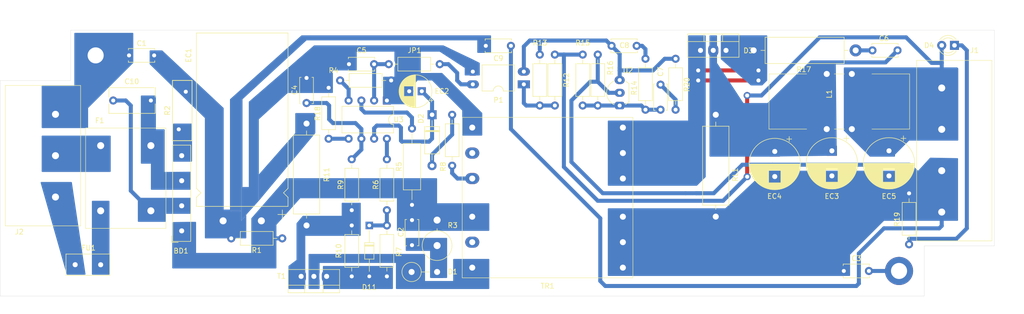
<source format=kicad_pcb>
(kicad_pcb (version 20240108) (generator "pcbnew") (generator_version "8.0")
  (layers (0 "F.Cu" signal) (31 "B.Cu" signal) (34 "B.Paste" user) (35 "F.Paste" user) (36 "B.SilkS" user "B.Silkscreen") (37 "F.SilkS" user "F.Silkscreen") (38 "B.Mask" user) (39 "F.Mask" user) (44 "Edge.Cuts" user))
  (net 0 "")
  (net 1 "Net-(D3-A1)")
  (net 2 "/+310V")
  (net 3 "Net-(P1A-C)")
  (net 4 "Net-(P1A-A)")
  (net 5 "Net-(P1B-C)")
  (net 6 "GND1")
  (net 7 "Net-(D1-C)")
  (net 8 "/+24V")
  (net 9 "Net-(T1-S)")
  (net 10 "Net-(C6-Pad2)")
  (net 11 "GND")
  (net 12 "Net-(U2-REF)")
  (net 13 "Net-(D2-C)")
  (net 14 "Net-(U3-SEN)")
  (net 15 "Net-(U3-OUT)")
  (net 16 "Net-(U3-VIN)")
  (net 17 "Net-(U3-RI)")
  (net 18 "Net-(U3-RT)")
  (net 19 "Net-(U3-FB)")
  (net 20 "Net-(D1-A)")
  (net 21 "Net-(D11-A)")
  (net 22 "SV")
  (net 23 "Net-(D11-C)")
  (net 24 "Net-(D2-A)")
  (net 25 "Net-(C1-Pad2)")
  (net 26 "Net-(C3-Pad2)")
  (net 27 "Net-(C8-Pad1)")
  (net 28 "Net-(BD1-Pad2)")
  (net 29 "Net-(F1-Pad4)")
  (net 30 "Net-(FU1-Pad1)")
  (net 31 "Net-(F1-Pad3)")
  (net 32 "Net-(D4-C)")
  (net 33 "Net-(TR1-Pad5)")
  (net 34 "Net-(BD1-Pad3)")
  (net 35 "Net-(BD1--)")
  (net 36 "Net-(C7-Pad2)")
  (net 37 "Net-(D3-K)")
  (footprint "Capacitor_THT:CP_Radial_D10.0mm_P5.00mm" (layer "F.Cu") (at 190.25 94.164646 -90)
    (property "Reference" "EC4" (at 8.935354 0.05 180) (layer "F.SilkS"))
    (property "Value" "1000x35")
    (pad "1" thru_hole rect (at 0 0 270) (size 2 2) (drill 1) (layers "*.Cu" "*.Mask") (net 37 "Net-(D3-K)"))
    (pad "2" thru_hole circle (at 5 0 270) (size 2 2) (drill 1) (layers "*.Cu" "*.Mask") (net 11 "GND"))
  )
  (footprint "_aConnectors:HB-8.25-3p" (layer "F.Cu") (at 47 95 -90)
    (property "Reference" "J2" (at 15.2 7.2 180) (layer "F.SilkS"))
    (property "Value" "Conn_3pin01")
    (pad "1" thru_hole circle (at -8.25 0 270) (size 3 3) (drill 1.4) (layers "*.Cu" "*.Mask") (net 25 "Net-(C1-Pad2)"))
    (pad "2" thru_hole circle (at 0 0 270) (size 3 3) (drill 1.4) (layers "*.Cu" "*.Mask") (net 29 "Net-(F1-Pad4)"))
    (pad "3" thru_hole circle (at 8.25 0 270) (size 3 3) (drill 1.4) (layers "*.Cu" "*.Mask") (net 30 "Net-(FU1-Pad1)"))
  )
  (footprint "Resistor_THT:R_Axial_DIN0207_L6.3mm_D2.5mm_P10.16mm_Horizontal" (layer "F.Cu") (at 106 108.92 -90)
    (property "Reference" "R10" (at 5.08 2.6 90) (layer "F.SilkS"))
    (property "Value" "10k")
    (pad "1" thru_hole circle (at 0 0 270) (size 1.6 1.6) (drill 0.8) (layers "*.Cu" "*.Mask") (net 9 "Net-(T1-S)"))
    (pad "2" thru_hole oval (at 10.16 0 270) (size 1.6 1.6) (drill 0.8) (layers "*.Cu" "*.Mask") (net 21 "Net-(D11-A)"))
  )
  (footprint "Diode_THT:D_A-405_P10.16mm_Horizontal" (layer "F.Cu") (at 122 86.84 -90)
    (property "Reference" "D2" (at 0.76 2.2 90) (layer "F.SilkS"))
    (property "Value" "DIODE")
    (pad "1" thru_hole rect (at 0 0 270) (size 1.8 1.8) (drill 0.9) (layers "*.Cu" "*.Mask") (net 13 "Net-(D2-C)"))
    (pad "2" thru_hole oval (at 10.16 0 270) (size 1.8 1.8) (drill 0.9) (layers "*.Cu" "*.Mask") (net 24 "Net-(D2-A)"))
  )
  (footprint "Resistor_THT:R_Axial_DIN0207_L6.3mm_D2.5mm_P10.16mm_Horizontal" (layer "F.Cu") (at 126 97 90)
    (property "Reference" "R8" (at -0.2 -1.8 90) (layer "F.SilkS"))
    (property "Value" "10")
    (pad "1" thru_hole circle (at 0 0 90) (size 1.6 1.6) (drill 0.8) (layers "*.Cu" "*.Mask") (net 22 "SV"))
    (pad "2" thru_hole oval (at 10.16 0 90) (size 1.6 1.6) (drill 0.8) (layers "*.Cu" "*.Mask") (net 24 "Net-(D2-A)"))
  )
  (footprint "Resistor_THT:R_Axial_DIN0516_L15.5mm_D5.0mm_P20.32mm_Horizontal" (layer "F.Cu") (at 97 88.6 -90)
    (property "Reference" "R11" (at 10.2 -4 90) (layer "F.SilkS"))
    (property "Value" "0,15")
    (pad "1" thru_hole circle (at 0 0 270) (size 2.4 2.4) (drill 1.2) (layers "*.Cu" "*.Mask") (net 6 "GND1"))
    (pad "2" thru_hole oval (at 20.32 0 270) (size 2.4 2.4) (drill 1.2) (layers "*.Cu" "*.Mask") (net 9 "Net-(T1-S)"))
  )
  (footprint "Capacitor_THT:C_Disc_D5.0mm_W2.5mm_P5.00mm" (layer "F.Cu") (at 66.65 75 180)
    (property "Reference" "C1" (at 2.5 2.4 0) (layer "F.SilkS"))
    (property "Value" "1n")
    (pad "1" thru_hole circle (at 0 0 180) (size 1.6 1.6) (drill 0.8) (layers "*.Cu" "*.Mask") (net 6 "GND1"))
    (pad "2" thru_hole circle (at 5 0 180) (size 1.6 1.6) (drill 0.8) (layers "*.Cu" "*.Mask") (net 25 "Net-(C1-Pad2)"))
  )
  (footprint "Capacitor_THT:C_Disc_D5.0mm_W2.5mm_P5.00mm" (layer "F.Cu") (at 105.45 76.75)
    (property "Reference" "C5" (at 2.5 -2.75 0) (layer "F.SilkS"))
    (property "Value" "4700")
    (pad "1" thru_hole circle (at 0 0) (size 1.6 1.6) (drill 0.8) (layers "*.Cu" "*.Mask") (net 6 "GND1"))
    (pad "2" thru_hole circle (at 5 0) (size 1.6 1.6) (drill 0.8) (layers "*.Cu" "*.Mask") (net 19 "Net-(U3-FB)"))
  )
  (footprint "Resistor_THT:R_Axial_DIN0207_L6.3mm_D2.5mm_P10.16mm_Horizontal" (layer "F.Cu") (at 170.5 85.83 90)
    (property "Reference" "R20" (at 5 2.25 -90) (layer "F.SilkS"))
    (property "Value" "NA")
    (pad "1" thru_hole circle (at 0 0 90) (size 1.6 1.6) (drill 0.8) (layers "*.Cu" "*.Mask") (net 36 "Net-(C7-Pad2)"))
    (pad "2" thru_hole oval (at 10.16 0 90) (size 1.6 1.6) (drill 0.8) (layers "*.Cu" "*.Mask") (net 3 "Net-(P1A-C)"))
  )
  (footprint "Resistor_THT:R_Axial_DIN0207_L6.3mm_D2.5mm_P10.16mm_Horizontal" (layer "F.Cu") (at 113 105.88 90)
    (property "Reference" "R6" (at 5.08 -2.2 90) (layer "F.SilkS"))
    (property "Value" "47")
    (pad "1" thru_hole circle (at 0 0 90) (size 1.6 1.6) (drill 0.8) (layers "*.Cu" "*.Mask") (net 23 "Net-(D11-C)"))
    (pad "2" thru_hole oval (at 10.16 0 90) (size 1.6 1.6) (drill 0.8) (layers "*.Cu" "*.Mask") (net 15 "Net-(U3-OUT)"))
  )
  (footprint "_aTransformers:Transformer_PQ3220" (layer "F.Cu") (at 145 103.37 -90)
    (property "Reference" "TR1" (at 17.63 0 0) (layer "F.SilkS"))
    (property "Value" "PQ3220")
    (pad "1" thru_hole oval (at -13.97 15 270) (size 2.2 2.8) (drill 1.2) (layers "*.Cu" "*.Mask") (net 6 "GND1"))
    (pad "2" thru_hole oval (at -8.89 15 270) (size 2.2 2.8) (drill 1.2) (layers "*.Cu" "*.Mask"))
    (pad "3" thru_hole oval (at -3.81 15 270) (size 2.2 2.8) (drill 1.2) (layers "*.Cu" "*.Mask") (net 22 "SV"))
    (pad "4" thru_hole oval (at 3.81 15 270) (size 2.2 2.8) (drill 1.2) (layers "*.Cu" "*.Mask") (net 2 "/+310V"))
    (pad "5" thru_hole oval (at 8.89 15 270) (size 2.2 2.8) (drill 1.2) (layers "*.Cu" "*.Mask") (net 33 "Net-(TR1-Pad5)"))
    (pad "6" thru_hole oval (at 13.97 15 270) (size 2.2 2.8) (drill 1.2) (layers "*.Cu" "*.Mask") (net 20 "Net-(D1-A)"))
    (pad "7" thru_hole oval (at 13.97 -15 270) (size 2.2 2.8) (drill 1.2) (layers "*.Cu" "*.Mask") (net 11 "GND"))
    (pad "8" thru_hole oval (at 8.89 -15 270) (size 2.2 2.8) (drill 1.2) (layers "*.Cu" "*.Mask") (net 11 "GND"))
    (pad "9" thru_hole oval (at 3.81 -15 270) (size 2.2 2.8) (drill 1.2) (layers "*.Cu" "*.Mask") (net 11 "GND"))
    (pad "10" thru_hole oval (at -3.81 -15 270) (size 2.2 2.8) (drill 1.2) (layers "*.Cu" "*.Mask") (net 1 "Net-(D3-A1)"))
    (pad "11" thru_hole oval (at -8.89 -15 270) (size 2.2 2.8) (drill 1.2) (layers "*.Cu" "*.Mask") (net 1 "Net-(D3-A1)"))
    (pad "12" thru_hole oval (at -13.97 -15 270) (size 2.2 2.8) (drill 1.2) (layers "*.Cu" "*.Mask") (net 1 "Net-(D3-A1)"))
  )
  (footprint "MountingHole:MountingHole_3.2mm_M3_DIN965_Pad" (layer "F.Cu") (at 55 75)
    (property "Reference" "H2" (hide yes))
    (property "Value" "MountingHole_Pad" (hide yes))
    (pad "1" thru_hole circle (at 0 0) (size 5.6 5.6) (drill 3.2) (layers "*.Cu" "*.Mask") (net 25 "Net-(C1-Pad2)"))
  )
  (footprint "Resistor_THT:R_Axial_DIN0516_L15.5mm_D5.0mm_P20.32mm_Horizontal" (layer "F.Cu") (at 178.5 107.16 90)
    (property "Reference" "RL1" (at 8.36 3.9 90) (layer "F.SilkS"))
    (property "Value" "2k")
    (pad "1" thru_hole circle (at 0 0 90) (size 2.4 2.4) (drill 1.2) (layers "*.Cu" "*.Mask") (net 11 "GND"))
    (pad "2" thru_hole oval (at 20.32 0 90) (size 2.4 2.4) (drill 1.2) (layers "*.Cu" "*.Mask") (net 37 "Net-(D3-K)"))
  )
  (footprint "mmods:TO-220-3-01" (layer "F.Cu") (at 101 119.08 180)
    (property "Reference" "T1" (at 9 0.0505 0) (layer "F.SilkS"))
    (property "Value" "TF8N60" (hide yes))
    (pad "1" thru_hole oval (at 0 0 180) (size 1.9 2.6) (drill 1) (layers "*.Cu" "*.Mask") (net 21 "Net-(D11-A)"))
    (pad "2" thru_hole oval (at 2.54 0 180) (size 1.9 2.6) (drill 1) (layers "*.Cu" "*.Mask") (net 20 "Net-(D1-A)"))
    (pad "3" thru_hole oval (at 5.08 0 180) (size 1.9 2.6) (drill 1) (layers "*.Cu" "*.Mask") (net 9 "Net-(T1-S)"))
  )
  (footprint "Resistor_THT:R_Axial_DIN0309_L9.0mm_D3.2mm_P15.24mm_Horizontal" (layer "F.Cu") (at 118 89.58 -90)
    (property "Reference" "R5" (at 7.62 2.6 90) (layer "F.SilkS"))
    (property "Value" "1M5")
    (pad "1" thru_hole circle (at 0 0 270) (size 1.6 1.6) (drill 0.8) (layers "*.Cu" "*.Mask") (net 16 "Net-(U3-VIN)"))
    (pad "2" thru_hole oval (at 15.24 0 270) (size 1.6 1.6) (drill 0.8) (layers "*.Cu" "*.Mask") (net 2 "/+310V"))
  )
  (footprint "Resistor_THT:R_Axial_DIN0207_L6.3mm_D2.5mm_P10.16mm_Horizontal" (layer "F.Cu") (at 113.85 80 180)
    (property "Reference" "R4" (at 11.45 2 0) (layer "F.SilkS"))
    (property "Value" "24k")
    (pad "1" thru_hole circle (at 0 0 180) (size 1.6 1.6) (drill 0.8) (layers "*.Cu" "*.Mask") (net 6 "GND1"))
    (pad "2" thru_hole oval (at 10.16 0 180) (size 1.6 1.6) (drill 0.8) (layers "*.Cu" "*.Mask") (net 17 "Net-(U3-RI)"))
  )
  (footprint "ma_misc:CP_L38.0mm_D18.0mm_P44.00mm_Horizontal" (layer "F.Cu") (at 84.19 108 90)
    (property "Reference" "EC1" (at 33 -10.69 90) (layer "F.SilkS"))
    (property "Value" "68x450")
    (pad "1" thru_hole circle (at 0 3.81 90) (size 3 3) (drill 1.4) (layers "*.Cu" "*.Mask") (net 2 "/+310V"))
    (pad "2" thru_hole oval (at 0 -3.81 90) (size 3 3) (drill 1.4) (layers "*.Cu" "*.Mask") (net 6 "GND1"))
  )
  (footprint "Resistor_THT:R_Axial_DIN0207_L6.3mm_D2.5mm_P10.16mm_Horizontal" (layer "F.Cu") (at 155 74.84 -90)
    (property "Reference" "R16" (at 2.66 -2.5 -90) (layer "F.SilkS"))
    (property "Value" "3k3")
    (pad "1" thru_hole circle (at 0 0 270) (size 1.6 1.6) (drill 0.8) (layers "*.Cu" "*.Mask") (net 11 "GND"))
    (pad "2" thru_hole oval (at 10.16 0 270) (size 1.6 1.6) (drill 0.8) (layers "*.Cu" "*.Mask") (net 12 "Net-(U2-REF)"))
  )
  (footprint "Capacitor_THT:C_Disc_D5.0mm_W2.5mm_P5.00mm" (layer "F.Cu") (at 204 118)
    (property "Reference" "C3" (at 2.5 -2.5 0) (layer "F.SilkS"))
    (property "Value" "1n")
    (pad "1" thru_hole circle (at 0 0) (size 1.6 1.6) (drill 0.8) (layers "*.Cu" "*.Mask") (net 11 "GND"))
    (pad "2" thru_hole circle (at 5 0) (size 1.6 1.6) (drill 0.8) (layers "*.Cu" "*.Mask") (net 26 "Net-(C3-Pad2)"))
  )
  (footprint "Diode_THT:D_DO-34_SOD68_P10.16mm_Horizontal" (layer "F.Cu") (at 109.5 108.92 -90)
    (property "Reference" "D11" (at 12.33 0 0) (layer "F.SilkS"))
    (property "Value" "DIODE")
    (pad "1" thru_hole rect (at 0 0 270) (size 1.5 1.5) (drill 0.75) (layers "*.Cu" "*.Mask") (net 23 "Net-(D11-C)"))
    (pad "2" thru_hole oval (at 10.16 0 270) (size 1.5 1.5) (drill 0.75) (layers "*.Cu" "*.Mask") (net 21 "Net-(D11-A)"))
  )
  (footprint "Resistor_THT:R_Axial_DIN0207_L6.3mm_D2.5mm_P10.16mm_Horizontal" (layer "F.Cu") (at 217 102.52 -90)
    (property "Reference" "R19" (at 5.18 2.4 90) (layer "F.SilkS"))
    (property "Value" "3k9")
    (pad "1" thru_hole circle (at 0 0 270) (size 1.6 1.6) (drill 0.8) (layers "*.Cu" "*.Mask") (net 11 "GND"))
    (pad "2" thru_hole oval (at 10.16 0 270) (size 1.6 1.6) (drill 0.8) (layers "*.Cu" "*.Mask") (net 32 "Net-(D4-C)"))
  )
  (footprint "Resistor_THT:R_Axial_DIN0516_L15.5mm_D5.0mm_P20.32mm_Horizontal" (layer "F.Cu") (at 186.04 74)
    (property "Reference" "R17" (at 10 3.8 0) (layer "F.SilkS"))
    (property "Value" "10")
    (pad "1" thru_hole circle (at 0 0) (size 2.4 2.4) (drill 1.2) (layers "*.Cu" "*.Mask") (net 1 "Net-(D3-A1)"))
    (pad "2" thru_hole oval (at 20.32 0) (size 2.4 2.4) (drill 1.2) (layers "*.Cu" "*.Mask") (net 10 "Net-(C6-Pad2)"))
  )
  (footprint "Capacitor_THT:C_Disc_D5.0mm_W2.5mm_P5.00mm" (layer "F.Cu") (at 97 79.5 -90)
    (property "Reference" "C4" (at 2.4 2.4 90) (layer "F.SilkS"))
    (property "Value" "470")
    (pad "1" thru_hole circle (at 0 0 270) (size 1.6 1.6) (drill 0.8) (layers "*.Cu" "*.Mask") (net 6 "GND1"))
    (pad "2" thru_hole circle (at 5 0 270) (size 1.6 1.6) (drill 0.8) (layers "*.Cu" "*.Mask") (net 14 "Net-(U3-SEN)"))
  )
  (footprint "Resistor_THT:R_Axial_DIN0207_L6.3mm_D2.5mm_P10.16mm_Horizontal" (layer "F.Cu") (at 113.37 76.75)
    (property "Reference" "JP1" (at 5.13 -2.75 0) (layer "F.SilkS"))
    (property "Value" "47")
    (pad "1" thru_hole circle (at 0 0) (size 1.6 1.6) (drill 0.8) (layers "*.Cu" "*.Mask") (net 19 "Net-(U3-FB)"))
    (pad "2" thru_hole oval (at 10.16 0) (size 1.6 1.6) (drill 0.8) (layers "*.Cu" "*.Mask") (net 5 "Net-(P1B-C)"))
  )
  (footprint "Resistor_THT:R_Axial_DIN0207_L6.3mm_D2.5mm_P10.16mm_Horizontal" (layer "F.Cu") (at 92.16 111.5 180)
    (property "Reference" "R1" (at 5.08 -2.37 0) (layer "F.SilkS"))
    (property "Value" "510k")
    (pad "1" thru_hole circle (at 0 0 180) (size 1.6 1.6) (drill 0.8) (layers "*.Cu" "*.Mask") (net 2 "/+310V"))
    (pad "2" thru_hole oval (at 10.16 0 180) (size 1.6 1.6) (drill 0.8) (layers "*.Cu" "*.Mask") (net 6 "GND1"))
  )
  (footprint "Resistor_THT:R_Axial_DIN0207_L6.3mm_D2.5mm_P10.16mm_Horizontal" (layer "F.Cu") (at 101.4 81.46 -90)
    (property "Reference" "R18" (at 5.14 2.2 90) (layer "F.SilkS"))
    (property "Value" "27k")
    (pad "1" thru_hole circle (at 0 0 270) (size 1.6 1.6) (drill 0.8) (layers "*.Cu" "*.Mask") (net 6 "GND1"))
    (pad "2" thru_hole oval (at 10.16 0 270) (size 1.6 1.6) (drill 0.8) (layers "*.Cu" "*.Mask") (net 18 "Net-(U3-RT)"))
  )
  (footprint "_aTransformers:Filter-EMI-20x16_00" (layer "F.Cu") (at 66 93 -90)
    (property "Reference" "F1" (at -5 10.2 180) (layer "F.SilkS"))
    (property "Value" "F")
    (pad "1" thru_hole circle (at 0 0 270) (size 3 3) (drill 1.4) (layers "*.Cu" "*.Mask") (net 34 "Net-(BD1-Pad3)"))
    (pad "2" thru_hole circle (at 13 0 270) (size 3 3) (drill 1.4) (layers "*.Cu" "*.Mask") (net 28 "Net-(BD1-Pad2)"))
    (pad "3" thru_hole circle (at 13 10 270) (size 3 3) (drill 1.4) (layers "*.Cu" "*.Mask") (net 31 "Net-(F1-Pad3)"))
    (pad "4" thru_hole circle (at 0 10 270) (size 3 3) (drill 1.4) (layers "*.Cu" "*.Mask") (net 29 "Net-(F1-Pad4)"))
  )
  (footprint "Capacitor_THT:C_Disc_D5.0mm_W2.5mm_P5.00mm" (layer "F.Cu") (at 162.75 73.09 180)
    (property "Reference" "C8" (at 2.45 0.09 0) (layer "F.SilkS"))
    (property "Value" "100n")
    (pad "1" thru_hole circle (at 0 0 180) (size 1.6 1.6) (drill 0.8) (layers "*.Cu" "*.Mask") (net 27 "Net-(C8-Pad1)"))
    (pad "2" thru_hole circle (at 5 0 180) (size 1.6 1.6) (drill 0.8) (layers "*.Cu" "*.Mask") (net 3 "Net-(P1A-C)"))
  )
  (footprint "Capacitor_THT:C_Disc_D5.0mm_W2.5mm_P5.00mm" (layer "F.Cu") (at 137.7 73.09 180)
    (property "Reference" "C9" (at 2.5 -2.5 0) (layer "F.SilkS"))
    (property "Value" "2n2")
    (pad "1" thru_hole circle (at 0 0 180) (size 1.6 1.6) (drill 0.8) (layers "*.Cu" "*.Mask") (net 11 "GND"))
    (pad "2" thru_hole circle (at 5 0 180) (size 1.6 1.6) (drill 0.8) (layers "*.Cu" "*.Mask") (net 6 "GND1"))
  )
  (footprint "Resistor_THT:R_Axial_DIN0207_L6.3mm_D2.5mm_P10.16mm_Horizontal" (layer "F.Cu") (at 106 105.88 90)
    (property "Reference" "R9" (at 5.08 -2.2 90) (layer "F.SilkS"))
    (property "Value" "220")
    (pad "1" thru_hole circle (at 0 0 90) (size 1.6 1.6) (drill 0.8) (layers "*.Cu" "*.Mask") (net 9 "Net-(T1-S)"))
    (pad "2" thru_hole oval (at 10.16 0 90) (size 1.6 1.6) (drill 0.8) (layers "*.Cu" "*.Mask") (net 14 "Net-(U3-SEN)"))
  )
  (footprint "Capacitor_THT:CP_Radial_D6.3mm_P2.50mm" (layer "F.Cu") (at 119.95 82.15 180)
    (property "Reference" "EC2" (at -4 0 0) (layer "F.SilkS"))
    (property "Value" "22x50")
    (pad "1" thru_hole rect (at 0 0 180) (size 1.6 1.6) (drill 0.8) (layers "*.Cu" "*.Mask") (net 13 "Net-(D2-C)"))
    (pad "2" thru_hole circle (at 2.5 0 180) (size 1.6 1.6) (drill 0.8) (layers "*.Cu" "*.Mask") (net 6 "GND1"))
  )
  (footprint "Capacitor_THT:C_Rect_L9.0mm_W4.9mm_P7.50mm_MKT" (layer "F.Cu") (at 66 84 180)
    (property "Reference" "C10" (at 3.8 3.8 0) (layer "F.SilkS"))
    (property "Value" "~")
    (pad "1" thru_hole circle (at 0 0 180) (size 1.6 1.6) (drill 0.8) (layers "*.Cu" "*.Mask") (net 34 "Net-(BD1-Pad3)"))
    (pad "2" thru_hole circle (at 7.5 0 180) (size 1.6 1.6) (drill 0.8) (layers "*.Cu" "*.Mask") (net 28 "Net-(BD1-Pad2)"))
  )
  (footprint "Package_DIP:DIP-4_W10.16mm_LongPads" (layer "F.Cu") (at 140.275 80.775 180)
    (property "Reference" "P1" (at 5.06 -3.135 0) (layer "F.SilkS"))
    (property "Value" "PC817")
    (pad "1" thru_hole rect (at 0 0 180) (size 2.4 1.6) (drill 0.8) (layers "*.Cu" "*.Mask") (net 4 "Net-(P1A-A)"))
    (pad "2" thru_hole oval (at 0 2.54 180) (size 2.4 1.6) (drill 0.8) (layers "*.Cu" "*.Mask") (net 3 "Net-(P1A-C)"))
    (pad "3" thru_hole oval (at 10.16 2.54 180) (size 2.4 1.6) (drill 0.8) (layers "*.Cu" "*.Mask") (net 6 "GND1"))
    (pad "4" thru_hole oval (at 10.16 0 180) (size 2.4 1.6) (drill 0.8) (layers "*.Cu" "*.Mask") (net 5 "Net-(P1B-C)"))
  )
  (footprint "MountingHole:MountingHole_3.2mm_M3_DIN965_Pad" (layer "F.Cu") (at 215 118)
    (property "Reference" "H3" (hide yes))
    (property "Value" "MountingHole_Pad" (hide yes))
    (pad "1" thru_hole circle (at 0 0) (size 5.6 5.6) (drill 3.2) (layers "*.Cu" "*.Mask") (net 26 "Net-(C3-Pad2)"))
  )
  (footprint "Resistor_THT:R_Axial_DIN0207_L6.3mm_D2.5mm_P10.16mm_Horizontal" (layer "F.Cu") (at 152 85 90)
    (property "Reference" "R15" (at 12.5 0 180) (layer "F.SilkS"))
    (property "Value" "27k")
    (pad "1" thru_hole circle (at 0 0 90) (size 1.6 1.6) (drill 0.8) (layers "*.Cu" "*.Mask") (net 12 "Net-(U2-REF)"))
    (pad "2" thru_hole oval (at 10.16 0 90) (size 1.6 1.6) (drill 0.8) (layers "*.Cu" "*.Mask") (net 8 "/+24V"))
  )
  (footprint "Resistor_THT:R_Axial_DIN0207_L6.3mm_D2.5mm_P10.16mm_Horizontal" (layer "F.Cu") (at 143.45 74.84 -90)
    (property "Reference" "R13" (at -2.34 -0.05 180) (layer "F.SilkS"))
    (property "Value" "2k")
    (pad "1" thru_hole circle (at 0 0 270) (size 1.6 1.6) (drill 0.8) (layers "*.Cu" "*.Mask") (net 3 "Net-(P1A-C)"))
    (pad "2" thru_hole oval (at 10.16 0 270) (size 1.6 1.6) (drill 0.8) (layers "*.Cu" "*.Mask") (net 4 "Net-(P1A-A)"))
  )
  (footprint "_aTransformers:dross03" (layer "F.Cu") (at 208.1 89.7 90)
    (property "Reference" "L1" (at 7 -7 90) (layer "F.SilkS"))
    (property "Value" "LFERR" (hide yes))
    (pad "1" thru_hole circle (at 0 -7.5 90) (size 2.2 2.2) (drill 1.2) (layers "*.Cu" "*.Mask") (net 37 "Net-(D3-K)"))
    (pad "1" thru_hole circle (at 11 -7.5 90) (size 2.2 2.2) (drill 1.2) (layers "*.Cu" "*.Mask") (net 37 "Net-(D3-K)"))
    (pad "2" thru_hole circle (at 0 -2.5 90) (size 2.2 2.2) (drill 1.2) (layers "*.Cu" "*.Mask") (net 8 "/+24V"))
    (pad "2" thru_hole circle (at 11 -2.5 90) (size 2.2 2.2) (drill 1.2) (layers "*.Cu" "*.Mask") (net 8 "/+24V"))
  )
  (footprint "Diode_THT:D_DO-15_P5.08mm_Vertical_KathodeUp" (layer "F.Cu") (at 123 118.2 180)
    (property "Reference" "D1" (at -3.1 0.05 0) (layer "F.SilkS"))
    (property "Value" "HER208")
    (pad "1" thru_hole rect (at 0 0 180) (size 2.4 2.4) (drill 1.2) (layers "*.Cu" "*.Mask") (net 7 "Net-(D1-C)"))
    (pad "2" thru_hole oval (at 5.08 0 180) (size 2.4 2.4) (drill 1.2) (layers "*.Cu" "*.Mask") (net 20 "Net-(D1-A)"))
  )
  (footprint "Fuse:Fuse_Littelfuse_395Series" (layer "F.Cu") (at 50.92 116.75)
    (property "Reference" "FU1" (at 2.65 -3.35 0) (layer "F.SilkS"))
    (property "Value" "1A")
    (pad "1" thru_hole circle (at 0 0) (size 2 2) (drill 1) (layers "*.Cu" "*.Mask") (net 30 "Net-(FU1-Pad1)"))
    (pad "2" thru_hole circle (at 5.08 0.01) (size 2 2) (drill 1) (layers "*.Cu" "*.Mask") (net 31 "Net-(F1-Pad3)"))
  )
  (footprint "Package_DIP:DIP-8_W7.62mm" (layer "F.Cu") (at 113 84 -90)
    (property "Reference" "U3" (at 3.81 -2.33 180) (layer "F.SilkS"))
    (property "Value" "OB2268")
    (pad "1" thru_hole rect (at 0 0 270) (size 1.6 1.6) (drill 0.8) (layers "*.Cu" "*.Mask") (net 6 "GND1"))
    (pad "2" thru_hole oval (at 0 2.54 270) (size 1.6 1.6) (drill 0.8) (layers "*.Cu" "*.Mask") (net 19 "Net-(U3-FB)"))
    (pad "3" thru_hole oval (at 0 5.08 270) (size 1.6 1.6) (drill 0.8) (layers "*.Cu" "*.Mask") (net 16 "Net-(U3-VIN)"))
    (pad "4" thru_hole oval (at 0 7.62 270) (size 1.6 1.6) (drill 0.8) (layers "*.Cu" "*.Mask") (net 17 "Net-(U3-RI)"))
    (pad "5" thru_hole oval (at 7.62 7.62 270) (size 1.6 1.6) (drill 0.8) (layers "*.Cu" "*.Mask") (net 18 "Net-(U3-RT)"))
    (pad "6" thru_hole oval (at 7.62 5.08 270) (size 1.6 1.6) (drill 0.8) (layers "*.Cu" "*.Mask") (net 14 "Net-(U3-SEN)"))
    (pad "7" thru_hole oval (at 7.62 2.54 270) (size 1.6 1.6) (drill 0.8) (layers "*.Cu" "*.Mask") (net 13 "Net-(D2-C)"))
    (pad "8" thru_hole oval (at 7.62 0 270) (size 1.6 1.6) (drill 0.8) (layers "*.Cu" "*.Mask") (net 15 "Net-(U3-OUT)"))
  )
  (footprint "mmods:TO-220-3-01" (layer "F.Cu") (at 175.46 74)
    (property "Reference" "D3" (at 9.54 0.0505 0) (layer "F.SilkS"))
    (property "Value" "MBRF20200")
    (pad "1" thru_hole oval (at 0 0) (size 2 2.6) (drill 1) (layers "*.Cu" "*.Mask") (net 1 "Net-(D3-A1)"))
    (pad "2" thru_hole oval (at 2.54 0) (size 2 2.6) (drill 1) (layers "*.Cu" "*.Mask") (net 37 "Net-(D3-K)"))
    (pad "3" thru_hole oval (at 5.08 0) (size 2 2.6) (drill 1) (layers "*.Cu" "*.Mask") (net 1 "Net-(D3-A1)"))
  )
  (footprint "Capacitor_THT:CP_Radial_D10.0mm_P5.00mm" (layer "F.Cu") (at 213 94.032323 -90)
    (property "Reference" "EC5" (at 9.067677 0 180) (layer "F.SilkS"))
    (property "Value" "1000x35")
    (pad "1" thru_hole rect (at 0 0 270) (size 2 2) (drill 1) (layers "*.Cu" "*.Mask") (net 8 "/+24V"))
    (pad "2" thru_hole circle (at 5 0 270) (size 2 2) (drill 1) (layers "*.Cu" "*.Mask") (net 11 "GND"))
  )
  (footprint "Capacitor_THT:C_Disc_D5.0mm_W2.5mm_P5.00mm" (layer "F.Cu") (at 118 112.855 90)
    (property "Reference" "C2" (at 2.6 -2.2 90) (layer "F.SilkS"))
    (property "Value" "1000")
    (pad "1" thru_hole circle (at 0 0 90) (size 1.6 1.6) (drill 0.8) (layers "*.Cu" "*.Mask") (net 7 "Net-(D1-C)"))
    (pad "2" thru_hole circle (at 5 0 90) (size 1.6 1.6) (drill 0.8) (layers "*.Cu" "*.Mask") (net 2 "/+310V"))
  )
  (footprint "Resistor_THT:R_Axial_DIN0207_L6.3mm_D2.5mm_P10.16mm_Horizontal" (layer "F.Cu") (at 113 119.08 90)
    (property "Reference" "R7" (at 4.88 2.4 90) (layer "F.SilkS"))
    (property "Value" "10")
    (pad "1" thru_hole circle (at 0 0 90) (size 1.6 1.6) (drill 0.8) (layers "*.Cu" "*.Mask") (net 21 "Net-(D11-A)"))
    (pad "2" thru_hole oval (at 10.16 0 90) (size 1.6 1.6) (drill 0.8) (layers "*.Cu" "*.Mask") (net 23 "Net-(D11-C)"))
  )
  (footprint "LED_THT:LED_D3.0mm" (layer "F.Cu") (at 226.04 73 180)
    (property "Reference" "D4" (at 5.04 0 0) (layer "F.SilkS"))
    (property "Value" "LED")
    (pad "1" thru_hole rect (at 0 0 180) (size 1.8 1.8) (drill 0.9) (layers "*.Cu" "*.Mask") (net 32 "Net-(D4-C)"))
    (pad "2" thru_hole circle (at 2.54 0 180) (size 1.8 1.8) (drill 0.9) (layers "*.Cu" "*.Mask") (net 8 "/+24V"))
  )
  (footprint "Resistor_THT:R_Axial_DIN0614_L14.3mm_D5.7mm_P5.08mm_Vertical" (layer "F.Cu") (at 123 112.935 90)
    (property "Reference" "R3" (at 4.035 3.1 180) (layer "F.SilkS"))
    (property "Value" "61k")
    (pad "1" thru_hole circle (at 0 0 90) (size 2.8 2.8) (drill 1.4) (layers "*.Cu" "*.Mask") (net 7 "Net-(D1-C)"))
    (pad "2" thru_hole oval (at 5.08 0 90) (size 2.8 2.8) (drill 1.4) (layers "*.Cu" "*.Mask") (net 2 "/+310V"))
  )
  (footprint "Capacitor_THT:C_Disc_D5.0mm_W2.5mm_P5.00mm" (layer "F.Cu") (at 214.7 74 180)
    (property "Reference" "C6" (at 2.7 2.4 360) (layer "F.SilkS"))
    (property "Value" "1000")
    (pad "1" thru_hole circle (at 0 0 180) (size 1.6 1.6) (drill 0.8) (layers "*.Cu" "*.Mask") (net 37 "Net-(D3-K)"))
    (pad "2" thru_hole circle (at 5 0 180) (size 1.6 1.6) (drill 0.8) (layers "*.Cu" "*.Mask") (net 10 "Net-(C6-Pad2)"))
  )
  (footprint "Diode_THT:Diode_Bridge_19.0x3.5x10.0mm_P5.0mm" (layer "F.Cu") (at 72.135 110 90)
    (property "Reference" "BD1" (at -4 -0.135 0) (layer "F.SilkS"))
    (property "Value" "BRIDGE")
    (pad "1" thru_hole rect (at 0 0 90) (size 2 2) (drill 1) (layers "*.Cu" "*.Mask") (net 2 "/+310V"))
    (pad "2" thru_hole circle (at 5 0 90) (size 2 2) (drill 1) (layers "*.Cu" "*.Mask") (net 28 "Net-(BD1-Pad2)"))
    (pad "3" thru_hole circle (at 10 0 90) (size 2 2) (drill 1) (layers "*.Cu" "*.Mask") (net 34 "Net-(BD1-Pad3)"))
    (pad "4" thru_hole circle (at 15 0 90) (size 2 2) (drill 1) (layers "*.Cu" "*.Mask") (net 35 "Net-(BD1--)"))
  )
  (footprint "ma_misc:TO-92_IWm" (layer "F.Cu") (at 159.36 85 90)
    (property "Reference" "U2" (at 7 1.64 180) (layer "F.SilkS"))
    (property "Value" "TL431")
    (pad "1" thru_hole roundrect (at 0 0 90) (size 1.5 1.8) (drill 0.8) (layers "*.Cu" "*.Mask") (net 12 "Net-(U2-REF)"))
    (pad "2" thru_hole oval (at 2.54 0 90) (size 1.6 2) (drill 0.8) (layers "*.Cu" "*.Mask") (net 11 "GND"))
    (pad "3" thru_hole oval (at 5.08 0 90) (size 1.6 2) (drill 0.8) (layers "*.Cu" "*.Mask") (net 3 "Net-(P1A-C)"))
  )
  (footprint "Capacitor_THT:C_Disc_D5.0mm_W2.5mm_P5.00mm" (layer "F.Cu") (at 167.5 85.83 90)
    (property "Reference" "C7" (at 7.58 0 90) (layer "F.SilkS"))
    (property "Value" "NA")
    (pad "1" thru_hole circle (at 0 0 90) (size 1.6 1.6) (drill 0.8) (layers "*.Cu" "*.Mask") (net 12 "Net-(U2-REF)"))
    (pad "2" thru_hole circle (at 5 0 90) (size 1.6 1.6) (drill 0.8) (layers "*.Cu" "*.Mask") (net 36 "Net-(C7-Pad2)"))
  )
  (footprint "Resistor_THT:R_Axial_DIN0207_L6.3mm_D2.5mm_P10.16mm_Horizontal" (layer "F.Cu") (at 164.5 85.83 90)
    (property "Reference" "R14" (at 4.33 -2.25 90) (layer "F.SilkS"))
    (property "Value" "750")
    (pad "1" thru_hole circle (at 0 0 90) (size 1.6 1.6) (drill 0.8) (layers "*.Cu" "*.Mask") (net 12 "Net-(U2-REF)"))
    (pad "2" thru_hole oval (at 10.16 0 90) (size 1.6 1.6) (drill 0.8) (layers "*.Cu" "*.Mask") (net 27 "Net-(C8-Pad1)"))
  )
  (footprint "Capacitor_THT:CP_Radial_D10.0mm_P5.00mm" (layer "F.Cu") (at 201.625 94.032323 -90)
    (property "Reference" "EC3" (at 9.067677 0 180) (layer "F.SilkS"))
    (property "Value" "1000x35")
    (pad "1" thru_hole rect (at 0 0 270) (size 2 2) (drill 1) (layers "*.Cu" "*.Mask") (net 37 "Net-(D3-K)"))
    (pad "2" thru_hole circle (at 5 0 270) (size 2 2) (drill 1) (layers "*.Cu" "*.Mask") (net 11 "GND"))
  )
  (footprint "Varistor:RV_Disc_D12mm_W3.9mm_P7.5mm" (layer "F.Cu") (at 72.95 82.25 -90)
    (property "Reference" "R2" (at 3.75 3.65 90) (layer "F.SilkS"))
    (property "Value" "t°")
    (pad "1" thru_hole circle (at 0 0 270) (size 1.8 1.8) (drill 0.8) (layers "*.Cu" "*.Mask") (net 6 "GND1"))
    (pad "2" thru_hole circle (at 7.5 1.4 270) (size 1.8 1.8) (drill 0.8) (layers "*.Cu" "*.Mask") (net 35 "Net-(BD1--)"))
  )
  (footprint "_aConnectors:HB-8.25-4p" (layer "F.Cu") (at 223.5 98 90)
    (property "Reference" "J1" (at 24 6.5 180) (layer "F.SilkS"))
    (property "Value" "Conn_4pin01")
    (pad "1" thru_hole circle (at -8.25 0 90) (size 3 3) (drill 1.4) (layers "*.Cu" "*.Mask") (net 11 "GND"))
    (pad "2" thru_hole circle (at 0 0 90) (size 3 3) (drill 1.4) (layers "*.Cu" "*.Mask") (net 11 "GND"))
    (pad "3" thru_hole circle (at 8.25 0 90) (size 3 3) (drill 1.4) (layers "*.Cu" "*.Mask") (net 8 "/+24V"))
    (pad "4" thru_hole circle (at 16.5 0 90) (size 3 3) (drill 1.4) (layers "*.Cu" "*.Mask") (net 8 "/+24V"))
  )
  (footprint "Resistor_THT:R_Axial_DIN0207_L6.3mm_D2.5mm_P10.16mm_Horizontal" (layer "F.Cu") (at 146.45 85 90)
    (property "Reference" "R12" (at 5.08 2.3 90) (layer "F.SilkS"))
    (property "Value" "2k")
    (pad "1" thru_hole circle (at 0 0 90) (size 1.6 1.6) (drill 0.8) (layers "*.Cu" "*.Mask") (net 4 "Net-(P1A-A)"))
    (pad "2" thru_hole oval (at 10.16 0 90) (size 1.6 1.6) (drill 0.8) (layers "*.Cu" "*.Mask") (net 8 "/+24V"))
  )
  (gr_line (start 220 113) (end 220 123) (stroke (width 0.05)) (layer "Edge.Cuts"))
  (gr_line (start 234 113) (end 220 113) (stroke (width 0.05)) (layer "Edge.Cuts"))
  (gr_line (start 50 70) (end 50 80) (stroke (width 0.05)) (layer "Edge.Cuts"))
  (gr_line (start 234 70) (end 234 113) (stroke (width 0.05)) (layer "Edge.Cuts"))
  (gr_line (start 50 80) (end 36 80) (stroke (width 0.05)) (layer "Edge.Cuts"))
  (gr_line (start 50 70) (end 234 70) (stroke (width 0.05)) (layer "Edge.Cuts"))
  (gr_line (start 36 80) (end 36 123) (stroke (width 0.05)) (layer "Edge.Cuts"))
  (gr_line (start 36 123) (end 220 123) (stroke (width 0.05)) (layer "Edge.Cuts"))
  (segment (start 175 78) (end 187 78) (width 0.8) (layer "F.Cu") (net 1))
  (segment (start 175 80) (end 187 80) (width 0.8) (layer "F.Cu") (net 1))
  (via (at 187 78) (size 1.4) (drill 0.8) (layers "F.Cu" "B.Cu") (net 1))
  (via (at 175 78) (size 1.4) (drill 0.8) (layers "F.Cu" "B.Cu") (net 1))
  (via (at 175 80) (size 1.4) (drill 0.8) (layers "F.Cu" "B.Cu") (net 1))
  (via (at 187 80) (size 1.4) (drill 0.8) (layers "F.Cu" "B.Cu") (net 1))
  (segment (start 92.16 111.5) (end 89.5 111.5) (width 0.8) (layer "B.Cu") (net 2))
  (segment (start 166 78) (end 159.36 78) (width 0.8) (layer "B.Cu") (net 3))
  (segment (start 170.5 75.67) (end 168.33 75.67) (width 0.8) (layer "B.Cu") (net 3))
  (segment (start 143.5 72.04) (end 143 72.04) (width 0.8) (layer "B.Cu") (net 3))
  (segment (start 143 72.04) (end 141.46 72.04) (width 0.8) (layer "B.Cu") (net 3))
  (segment (start 140.275 73.225) (end 140.275 78.235) (width 0.8) (layer "B.Cu") (net 3))
  (segment (start 156.7 72.04) (end 157.75 73.09) (width 0.8) (layer "B.Cu") (net 3))
  (segment (start 143 72.04) (end 156.7 72.04) (width 0.8) (layer "B.Cu") (net 3))
  (segment (start 143.45 72.09) (end 143.5 72.04) (width 0.8) (layer "B.Cu") (net 3))
  (segment (start 159.36 77.5) (end 159.36 74.7) (width 0.8) (layer "B.Cu") (net 3))
  (segment (start 143.45 73.84) (end 143.45 72.09) (width 0.8) (layer "B.Cu") (net 3))
  (segment (start 159.36 79.92) (end 159.36 78) (width 0.8) (layer "B.Cu") (net 3))
  (segment (start 141.46 72.04) (end 140.275 73.225) (width 0.8) (layer "B.Cu") (net 3))
  (segment (start 168.33 75.67) (end 166 78) (width 0.8) (layer "B.Cu") (net 3))
  (segment (start 159.36 74.7) (end 157.75 73.09) (width 0.8) (layer "B.Cu") (net 3))
  (segment (start 159.36 78) (end 159.36 77.5) (width 0.8) (layer "B.Cu") (net 3))
  (segment (start 140.275 84.525) (end 140.75 85) (width 0.8) (layer "B.Cu") (net 4))
  (segment (start 146.45 85) (end 143.45 85) (width 0.8) (layer "B.Cu") (net 4))
  (segment (start 140.275 80.775) (end 140.275 84.525) (width 0.8) (layer "B.Cu") (net 4))
  (segment (start 140.75 85) (end 143.45 85) (width 0.8) (layer "B.Cu") (net 4))
  (segment (start 125.25 76.75) (end 127 78.5) (width 0.8) (layer "B.Cu") (net 5))
  (segment (start 127.775 80.775) (end 130.115 80.775) (width 0.8) (layer "B.Cu") (net 5))
  (segment (start 123.53 76.75) (end 125.25 76.75) (width 0.8) (layer "B.Cu") (net 5))
  (segment (start 127 80) (end 127.775 80.775) (width 0.8) (layer "B.Cu") (net 5))
  (segment (start 127 78.5) (end 127 80) (width 0.8) (layer "B.Cu") (net 5))
  (segment (start 82 111.5) (end 82 110.5) (width 0.8) (layer "B.Cu") (net 6))
  (segment (start 118.08 113.015) (end 118 112.935) (width 0.8) (layer "B.Cu") (net 7))
  (segment (start 184.75 99.2) (end 184.75 83) (width 0.8) (layer "F.Cu") (net 8))
  (via (at 184.75 83) (size 1.4) (drill 0.8) (layers "F.Cu" "B.Cu") (net 8))
  (via (at 184.75 99.2) (size 1.4) (drill 0.8) (layers "F.Cu" "B.Cu") (net 8))
  (segment (start 187.6 83) (end 199.2 71.4) (width 0.8) (layer "B.Cu") (net 8))
  (segment (start 148.25 97.25) (end 148.25 74.84) (width 0.8) (layer "B.Cu") (net 8))
  (segment (start 184.75 83) (end 187.6 83) (width 0.8) (layer "B.Cu") (net 8))
  (segment (start 221.5 76.5) (end 221.8 76.5) (width 0.8) (layer "B.Cu") (net 8))
  (segment (start 149.75 98.75) (end 148.25 97.25) (width 0.8) (layer "B.Cu") (net 8))
  (segment (start 179.95 104) (end 184.75 99.2) (width 0.8) (layer "B.Cu") (net 8))
  (segment (start 149.75 98.75) (end 149.4 98.4) (width 0.8) (layer "B.Cu") (net 8))
  (segment (start 146.45 74.84) (end 148.25 74.84) (width 0.8) (layer "B.Cu") (net 8))
  (segment (start 199.2 71.4) (end 216.4 71.4) (width 0.8) (layer "B.Cu") (net 8))
  (segment (start 155 104) (end 179.95 104) (width 0.8) (layer "B.Cu") (net 8))
  (segment (start 223.5 76.5) (end 223.5 81.5) (width 0.8) (layer "B.Cu") (net 8))
  (segment (start 223.5 73) (end 223.5 76.5) (width 0.8) (layer "B.Cu") (net 8))
  (segment (start 148.25 74.84) (end 152 74.84) (width 0.8) (layer "B.Cu") (net 8))
  (segment (start 216.4 71.4) (end 221.5 76.5) (width 0.8) (layer "B.Cu") (net 8))
  (segment (start 149.75 98.75) (end 155 104) (width 0.8) (layer "B.Cu") (net 8))
  (segment (start 221.8 76.5) (end 223.5 76.5) (width 0.8) (layer "B.Cu") (net 8))
  (segment (start 209.7 74) (end 206.36 74) (width 0.8) (layer "B.Cu") (net 10))
  (segment (start 156.5 121) (end 206.5 121) (width 0.8) (layer "B.Cu") (net 11))
  (segment (start 189.8 96.8) (end 217 96.8) (width 0.8) (layer "B.Cu") (net 11))
  (segment (start 137.7 73.09) (end 137.7 89.7) (width 0.8) (layer "B.Cu") (net 11))
  (segment (start 174.6 102.5) (end 172.5 102.5) (width 0.8) (layer "B.Cu") (net 11))
  (segment (start 207 114.5) (end 212 109.5) (width 0.8) (layer "B.Cu") (net 11))
  (segment (start 149.75 84) (end 153.5 80.25) (width 0.8) (layer "B.Cu") (net 11))
  (segment (start 207 120.5) (end 207 114.5) (width 0.8) (layer "B.Cu") (net 11))
  (segment (start 155 74.84) (end 155 80.25) (width 0.8) (layer "B.Cu") (net 11))
  (segment (start 155.5 107.5) (end 155.5 120) (width 0.8) (layer "B.Cu") (net 11))
  (segment (start 217 96.8) (end 219.2 99) (width 0.8) (layer "B.Cu") (net 11))
  (segment (start 181.4 99.2) (end 183.8 96.8) (width 0.8) (layer "B.Cu") (net 11))
  (segment (start 137.7 89.7) (end 155.5 107.5) (width 0.8) (layer "B.Cu") (net 11))
  (segment (start 223.5 109) (end 223.5 106.25) (width 0.8) (layer "B.Cu") (net 11))
  (segment (start 174.6 102.5) (end 178.1 102.5) (width 0.8) (layer "B.Cu") (net 11))
  (segment (start 212 109.5) (end 223 109.5) (width 0.8) (layer "B.Cu") (net 11))
  (segment (start 172.5 102.5) (end 156 102.5) (width 0.8) (layer "B.Cu") (net 11))
  (segment (start 153.5 80.25) (end 155 80.25) (width 0.8) (layer "B.Cu") (net 11))
  (segment (start 178.1 102.5) (end 181.4 99.2) (width 0.8) (layer "B.Cu") (net 11))
  (segment (start 223 109.5) (end 223.5 109) (width 0.8) (layer "B.Cu") (net 11))
  (segment (start 155 80.25) (end 157.21 82.46) (width 0.8) (layer "B.Cu") (net 11))
  (segment (start 155.5 120) (end 156.5 121) (width 0.8) (layer "B.Cu") (net 11))
  (segment (start 206.5 121) (end 207 120.5) (width 0.8) (layer "B.Cu") (net 11))
  (segment (start 183.8 96.8) (end 189.8 96.8) (width 0.8) (layer "B.Cu") (net 11))
  (segment (start 175.5 102.5) (end 174.6 102.5) (width 0.8) (layer "B.Cu") (net 11))
  (segment (start 156 102.5) (end 149.75 96.25) (width 0.8) (layer "B.Cu") (net 11))
  (segment (start 149.75 96.25) (end 149.75 84) (width 0.8) (layer "B.Cu") (net 11))
  (segment (start 157.21 82.46) (end 159.36 82.46) (width 0.8) (layer "B.Cu") (net 11))
  (segment (start 152 85) (end 159.36 85) (width 0.8) (layer "B.Cu") (net 12))
  (segment (start 163.67 85) (end 164.5 85.83) (width 0.8) (layer "B.Cu") (net 12))
  (segment (start 159.36 85) (end 163.67 85) (width 0.8) (layer "B.Cu") (net 12))
  (segment (start 164.5 85.83) (end 167.5 85.83) (width 0.8) (layer "B.Cu") (net 12))
  (segment (start 122 91.6) (end 122 86.84) (width 0.8) (layer "B.Cu") (net 13))
  (segment (start 121.4 92.2) (end 122 91.6) (width 0.8) (layer "B.Cu") (net 13))
  (segment (start 116 92.2) (end 121.4 92.2) (width 0.8) (layer "B.Cu") (net 13))
  (segment (start 122 84.2) (end 122 86.84) (width 0.8) (layer "B.Cu") (net 13))
  (segment (start 115.4 89) (end 115.8 89.4) (width 0.8) (layer "B.Cu") (net 13))
  (segment (start 110.46 89.54) (end 111 89) (width 0.8) (layer "B.Cu") (net 13))
  (segment (start 115.8 89.4) (end 115.8 92) (width 0.8) (layer "B.Cu") (net 13))
  (segment (start 119.95 82.15) (end 122 84.2) (width 0.8) (layer "B.Cu") (net 13))
  (segment (start 110.46 91.62) (end 110.46 89.54) (width 0.8) (layer "B.Cu") (net 13))
  (segment (start 111 89) (end 115.4 89) (width 0.8) (layer "B.Cu") (net 13))
  (segment (start 115.8 92) (end 116 92.2) (width 0.8) (layer "B.Cu") (net 13))
  (segment (start 107.92 91.62) (end 107.92 93.8) (width 0.8) (layer "B.Cu") (net 14))
  (segment (start 102.25 88.5) (end 101.5 87.75) (width 0.8) (layer "B.Cu") (net 14))
  (segment (start 107.92 89.67) (end 106.75 88.5) (width 0.8) (layer "B.Cu") (net 14))
  (segment (start 107.92 93.8) (end 106 95.72) (width 0.8) (layer "B.Cu") (net 14))
  (segment (start 101.5 85) (end 101 84.5) (width 0.8) (layer "B.Cu") (net 14))
  (segment (start 101.5 87.75) (end 101.5 85) (width 0.8) (layer "B.Cu") (net 14))
  (segment (start 101 84.5) (end 97 84.5) (width 0.8) (layer "B.Cu") (net 14))
  (segment (start 107.92 91.62) (end 107.92 89.67) (width 0.8) (layer "B.Cu") (net 14))
  (segment (start 106.75 88.5) (end 102.25 88.5) (width 0.8) (layer "B.Cu") (net 14))
  (segment (start 113 91.62) (end 113 95.72) (width 0.8) (layer "B.Cu") (net 15))
  (segment (start 118 87.4) (end 118 89.58) (width 0.8) (layer "B.Cu") (net 16))
  (segment (start 108.6 86.4) (end 117 86.4) (width 0.8) (layer "B.Cu") (net 16))
  (segment (start 107.92 85.72) (end 108.6 86.4) (width 0.8) (layer "B.Cu") (net 16))
  (segment (start 117 86.4) (end 118 87.4) (width 0.8) (layer "B.Cu") (net 16))
  (segment (start 107.92 84) (end 107.92 85.72) (width 0.8) (layer "B.Cu") (net 16))
  (segment (start 105.38 81.69) (end 103.69 80) (width 0.8) (layer "B.Cu") (net 17))
  (segment (start 105.38 84) (end 105.38 81.69) (width 0.8) (layer "B.Cu") (net 17))
  (segment (start 101.4 91.62) (end 105.38 91.62) (width 0.8) (layer "B.Cu") (net 18))
  (segment (start 110.46 76.76) (end 110.46 84) (width 0.8) (layer "B.Cu") (net 19))
  (segment (start 110.45 76.75) (end 110.46 76.76) (width 0.8) (layer "B.Cu") (net 19))
  (segment (start 110.45 76.75) (end 113.37 76.75) (width 0.8) (layer "B.Cu") (net 19))
  (segment (start 118 118.12) (end 117.92 118.2) (width 0.8) (layer "B.Cu") (net 20))
  (segment (start 126 97) (end 126 98.5) (width 0.8) (layer "B.Cu") (net 22))
  (segment (start 126 98.5) (end 127.06 99.56) (width 0.8) (layer "B.Cu") (net 22))
  (segment (start 127.06 99.56) (end 130 99.56) (width 0.8) (layer "B.Cu") (net 22))
  (segment (start 113 108.92) (end 109.5 108.92) (width 0.8) (layer "B.Cu") (net 23))
  (segment (start 113 105.88) (end 113 108.92) (width 0.8) (layer "B.Cu") (net 23))
  (segment (start 126 90.8) (end 126 86.84) (width 0.8) (layer "B.Cu") (net 24))
  (segment (start 122 97) (end 122 94.8) (width 0.8) (layer "B.Cu") (net 24))
  (segment (start 122 94.8) (end 126 90.8) (width 0.8) (layer "B.Cu") (net 24))
  (segment (start 215 118) (end 209 118) (width 0.8) (layer "B.Cu") (net 26))
  (segment (start 162.75 73.09) (end 163.84 73.09) (width 0.8) (layer "B.Cu") (net 27))
  (segment (start 163.84 73.09) (end 164.5 73.75) (width 0.8) (layer "B.Cu") (net 27))
  (segment (start 164.5 73.75) (end 164.5 75.67) (width 0.8) (layer "B.Cu") (net 27))
  (segment (start 62 102) (end 66 106) (width 0.8) (layer "B.Cu") (net 28))
  (segment (start 58.5 84) (end 61 84) (width 0.8) (layer "B.Cu") (net 28))
  (segment (start 62 85) (end 62 102) (width 0.8) (layer "B.Cu") (net 28))
  (segment (start 61 84) (end 62 85) (width 0.8) (layer "B.Cu") (net 28))
  (segment (start 226.42 111.58) (end 217 111.58) (width 0.8) (layer "B.Cu") (net 32))
  (segment (start 228.5 74) (end 228.5 109.5) (width 0.8) (layer "B.Cu") (net 32))
  (segment (start 226.04 73) (end 227.5 73) (width 0.8) (layer "B.Cu") (net 32))
  (segment (start 227.5 73) (end 228.5 74) (width 0.8) (layer "B.Cu") (net 32))
  (segment (start 228.5 109.5) (end 226.42 111.58) (width 0.8) (layer "B.Cu") (net 32))
  (segment (start 170.5 85.83) (end 170.5 83.83) (width 0.8) (layer "B.Cu") (net 36))
  (segment (start 170.5 83.83) (end 167.5 80.83) (width 0.8) (layer "B.Cu") (net 36))
  (segment (start 200.6 78.7) (end 200.6 78) (width 0.8) (layer "B.Cu") (net 37))
  (segment (start 212.3 76.4) (end 214.7 74) (width 0.8) (layer "B.Cu") (net 37))
  (segment (start 202.2 76.4) (end 212.3 76.4) (width 0.8) (layer "B.Cu") (net 37))
  (segment (start 200.6 78) (end 202.2 76.4) (width 0.8) (layer "B.Cu") (net 37))
  (zone (net 7) (net_name "Net-(D1-C)") (layer "B.Cu") (priority 2) (connect_pads yes (clearance 0.5)) (min_thickness 0.25) (fill yes (thermal_gap 0.5) (thermal_bridge_width 0.5))
    (polygon (pts (xy 116.75 111.4) (xy 125 111.4) (xy 125 119.4) (xy 121.6 119.4) (xy 121.6 114) (xy 116.75 114) (xy 116.75 113)))
  )
  (zone (net 28) (net_name "Net-(BD1-Pad2)") (layer "B.Cu") (priority 6) (connect_pads yes (clearance 0.5)) (min_thickness 0.25) (fill yes (thermal_gap 0.5) (thermal_bridge_width 0.5))
    (polygon (pts (xy 74 106.6) (xy 69 106.6) (xy 69 108.2) (xy 63.4 108.2) (xy 63.4 103.4) (xy 74 103.4)))
  )
  (zone (net 2) (net_name "/+310V") (layer "B.Cu") (connect_pads yes (clearance 0.5)) (min_thickness 0.25) (fill yes (thermal_gap 0.5) (thermal_bridge_width 0.5))
    (polygon (pts (xy 70.25 108.25) (xy 70.25 109) (xy 70.25 117.5) (xy 74.5 117.5) (xy 87.25 117.5) (xy 91 117.5) (xy 91 112) (xy 91 108.8) (xy 95.75 103.5) (xy 115 103.5) (xy 115 105.429966) (xy 115 110) (xy 116.8 110) (xy 133.4 110) (xy 133.4 109.4) (xy 133.4 106) (xy 133.4 104.5) (xy 123 104.5) (xy 123 99.5) (xy 93 99.5) (xy 86 107.5) (xy 86 114.4) (xy 84 114.4) (xy 76 114.4) (xy 75 114.4) (xy 75 108.2) (xy 73.5 108.2)))
  )
  (zone (net 1) (net_name "Net-(D3-A1)") (layer "B.Cu") (priority 14) (connect_pads yes (clearance 0.5)) (min_thickness 0.25) (fill yes (thermal_gap 0.5) (thermal_bridge_width 0.5))
    (polygon (pts (xy 179.5 71) (xy 179.5 75.75) (xy 185.5 81) (xy 187.75 81) (xy 188.75 80) (xy 188.75 71)))
  )
  (zone (net 6) (net_name "GND1") (layer "B.Cu") (priority 1) (connect_pads yes (clearance 0.5)) (min_thickness 0.25) (fill yes (thermal_gap 0.5) (thermal_bridge_width 0.5))
    (polygon (pts (xy 65.75 74) (xy 68.25 74) (xy 80.5 85.5) (xy 80.5 105.75) (xy 85 105.75) (xy 85 111.5) (xy 76.75 111.5) (xy 76.75 87.5) (xy 65.75 76.75)))
  )
  (zone (net 30) (net_name "Net-(FU1-Pad1)") (layer "B.Cu") (priority 17) (connect_pads yes (clearance 0.5)) (min_thickness 0.25) (fill yes (thermal_gap 0.5) (thermal_bridge_width 0.5))
    (polygon (pts (xy 50.25 100.25) (xy 53 118.75) (xy 49.25 118.75) (xy 44 100.25)))
  )
  (zone (net 6) (net_name "GND1") (layer "B.Cu") (priority 8) (connect_pads yes (clearance 0.5)) (min_thickness 0.25) (fill yes (thermal_gap 0.5) (thermal_bridge_width 0.5))
    (polygon (pts (xy 81.75 106) (xy 81.75 83.75) (xy 96 71) (xy 133.75 71) (xy 133.75 74.5) (xy 131 74.5) (xy 131 72) (xy 97 72) (xy 84.25 83.75) (xy 84.25 106)))
  )
  (zone (net 29) (net_name "Net-(F1-Pad4)") (layer "B.Cu") (priority 16) (connect_pads yes (clearance 0.5)) (min_thickness 0.25) (fill yes (thermal_gap 0.5) (thermal_bridge_width 0.5))
    (polygon (pts (xy 44.25 91) (xy 58 91) (xy 58 98.25) (xy 44.25 98.25)))
  )
  (zone (net 37) (net_name "Net-(D3-K)") (layer "B.Cu") (priority 13) (connect_pads yes (clearance 0.5)) (min_thickness 0.25) (fill yes (thermal_gap 0.5) (thermal_bridge_width 0.5))
    (polygon (pts (xy 177.25 71) (xy 178.75 71) (xy 178.75 76.5) (xy 184 84.5) (xy 190.5 84.5) (xy 188.8 84.5) (xy 197.4 76) (xy 202.4 76) (xy 202.6 95) (xy 188.75 95.2) (xy 177.25 95.2) (xy 177.25 89.25)))
  )
  (zone (net 21) (net_name "Net-(D11-A)") (layer "B.Cu") (priority 3) (connect_pads yes (clearance 0.5)) (min_thickness 0.25) (fill yes (thermal_gap 0.5) (thermal_bridge_width 0.5))
    (polygon (pts (xy 100.25 121.6) (xy 114.2 121.6) (xy 114.2 117) (xy 100.25 117)))
  )
  (zone (net 9) (net_name "Net-(T1-S)") (layer "B.Cu") (priority 5) (connect_pads yes (clearance 0.5)) (min_thickness 0.25) (fill yes (thermal_gap 0.5) (thermal_bridge_width 0.5))
    (polygon (pts (xy 96.75 121.6) (xy 93.4 121.6) (xy 93.4 117) (xy 95 115.8) (xy 95 108.5) (xy 96.25 107) (xy 104 107) (xy 104 104.4) (xy 107.8 104.4) (xy 107.8 111) (xy 96.75 111)))
  )
  (zone (net 35) (net_name "Net-(BD1--)") (layer "B.Cu") (priority 19) (connect_pads yes (clearance 0.5)) (min_thickness 0.25) (fill yes (thermal_gap 0.5) (thermal_bridge_width 0.5))
    (polygon (pts (xy 70.4 88.6) (xy 74.2 88.6) (xy 74.2 96.2) (xy 70.4 96.2)))
  )
  (zone (net 1) (net_name "Net-(D3-A1)") (layer "B.Cu") (priority 12) (connect_pads yes (clearance 0.5)) (min_thickness 0.25) (fill yes (thermal_gap 0.5) (thermal_bridge_width 0.5))
    (polygon (pts (xy 174.75 101) (xy 157 101) (xy 157 88) (xy 173 88) (xy 173 71) (xy 176.5 71) (xy 176.5 99.25)))
  )
  (zone (net 6) (net_name "GND1") (layer "B.Cu") (priority 20) (connect_pads yes (clearance 0.5)) (min_thickness 0.25) (fill yes (thermal_gap 0.5) (thermal_bridge_width 0.5))
    (polygon (pts (xy 128 91) (xy 132 91) (xy 132 86.5) (xy 124 78.5) (xy 119 78.5) (xy 119 80) (xy 122 80) (xy 128 86)))
  )
  (zone (net 8) (net_name "/+24V") (layer "B.Cu") (priority 21) (connect_pads yes (clearance 0.5)) (min_thickness 0.25) (fill yes (thermal_gap 0.5) (thermal_bridge_width 0.5))
    (polygon (pts (xy 226.8 92) (xy 217 92) (xy 214.2 94.8) (xy 214.2 95.2) (xy 209.2 95.2) (xy 204 90) (xy 204 77.4) (xy 226.6 77.4) (xy 226.8 77.6)))
  )
  (zone (net 6) (net_name "GND1") (layer "B.Cu") (priority 10) (connect_pads yes (clearance 0.5)) (min_thickness 0.25) (fill yes (thermal_gap 0.5) (thermal_bridge_width 0.5))
    (polygon (pts (xy 87.5 104) (xy 98.75 90.5) (xy 98.75 86.5) (xy 94.75 86.5) (xy 94.75 90.5) (xy 87.5 98.75)))
  )
  (zone (net 20) (net_name "Net-(D1-A)") (layer "B.Cu") (priority 4) (connect_pads yes (clearance 0.5)) (min_thickness 0.25) (fill yes (thermal_gap 0.5) (thermal_bridge_width 0.5))
    (polygon (pts (xy 114.8 121.6) (xy 133.4 121.6) (xy 133.4 115.6) (xy 126.2 115.6) (xy 126.2 120) (xy 120.6 120) (xy 120.6 114.6) (xy 97.4 114.6) (xy 97.4 121.6) (xy 99.6 121.6) (xy 99.6 116.4) (xy 114.8 116.4)))
  )
  (zone (net 6) (net_name "GND1") (layer "B.Cu") (priority 9) (connect_pads yes (clearance 0.5)) (min_thickness 0.25) (fill yes (thermal_gap 0.5) (thermal_bridge_width 0.5))
    (polygon (pts (xy 131.5 79) (xy 128.5 79) (xy 128.5 77.5) (xy 123.5 74.25) (xy 119.75 74.25) (xy 119.75 79.25) (xy 118.25 81) (xy 118.25 84.75) (xy 113.75 84.75) (xy 112.25 84.75) (xy 112.25 79.25) (xy 114.5 79.25) (xy 114.5 74.25) (xy 107 74.25) (xy 107 78) (xy 102.25 78) (xy 102.25 82.5) (xy 99.75 82.5) (xy 95.25 82.5) (xy 93.25 82.5) (xy 87.5 87.75) (xy 87.5 104) (xy 85.25 106.5) (xy 84 108) (xy 84 101.25) (xy 85.5 101.25) (xy 85.5 84.25) (xy 98.5 73) (xy 124.25 73) (xy 130 75.75) (xy 131.5 76.5)))
  )
  (zone (net 34) (net_name "Net-(BD1-Pad3)") (layer "B.Cu") (priority 7) (connect_pads yes (clearance 0.5)) (min_thickness 0.25) (fill yes (thermal_gap 0.5) (thermal_bridge_width 0.5))
    (polygon (pts (xy 74 101.8) (xy 66 101.8) (xy 66 96.6) (xy 64 96.6) (xy 64 89.75) (xy 64 83) (xy 67 83) (xy 67 89.75) (xy 68.75 89.75) (xy 68.75 90.4) (xy 68.75 98.25) (xy 74 98.2)))
  )
  (zone (net 25) (net_name "Net-(C1-Pad2)") (layer "B.Cu") (priority 15) (connect_pads yes (clearance 0.5)) (min_thickness 0.25) (fill yes (thermal_gap 0.5) (thermal_bridge_width 0.5))
    (polygon (pts (xy 44.25 81) (xy 44.25 89.5) (xy 53.5 89.5) (xy 53.5 85.5) (xy 62.5 76.5) (xy 62.5 70.5) (xy 50.75 70.5) (xy 50.75 81)))
  )
  (zone (net 31) (net_name "Net-(F1-Pad3)") (layer "B.Cu") (priority 18) (connect_pads yes (clearance 0.5)) (min_thickness 0.25) (fill yes (thermal_gap 0.5) (thermal_bridge_width 0.5))
    (polygon (pts (xy 54.25 104) (xy 57.75 104) (xy 57.75 118.75) (xy 54.25 118.75)))
  )
  (zone (net 11) (net_name "GND") (layer "B.Cu") (priority 11) (connect_pads yes (clearance 0.5)) (min_thickness 0.25) (fill yes (thermal_gap 0.5) (thermal_bridge_width 0.5))
    (polygon (pts (xy 157 119) (xy 205.25 119) (xy 205.25 114.75) (xy 212 108) (xy 226.75 108) (xy 226.75 95.5) (xy 221.194786 95.4) (xy 218.8 98) (xy 188.4 98) (xy 180.4 105.5) (xy 157 105.5)))
  )
)
</source>
